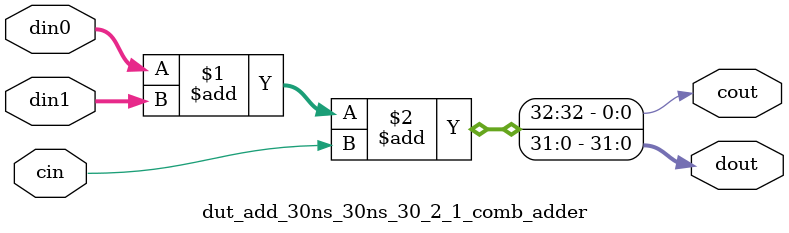
<source format=v>
`timescale 1 ns / 1 ps

module dut_add_30ns_30ns_30_2_1(clk, reset, ce, din0, din1, dout);
parameter ID         = 1;              // core ID, unused in RTL
parameter NUM_STAGE  = 2;
parameter din0_WIDTH = 30;   // data bitwidth
parameter din1_WIDTH = 30;   // 
parameter dout_WIDTH = 30;   // output bitwidth

// ---- input/output ports list here ----
input   clk;
input   reset;
input   ce;
input  [din0_WIDTH - 1 : 0] din0;
input  [din1_WIDTH - 1 : 0] din1;

output [dout_WIDTH - 1 : 0] dout;
//   

// wire for the primary inputs
wire [30 - 1 : 0] ain_s0 = din0;
wire [30 - 1 : 0] bin_s0 = din1;

// This AddSub module have totally 2 stages. For each stage the adder's width are:
// [15,15]
//  
//   

// Stage 1 logic
wire [15 - 1 : 0]    fas_s1;
wire                 facout_s1;
// 
reg  [15 - 1 : 0]    ain_s1;
reg  [15 - 1 : 0]    bin_s1;
reg  [15 - 1 : 0]    sum_s1;
reg                  carry_s1;
// 
//  
//  
// 
dut_add_30ns_30ns_30_2_1_comb_adder #(
    .N    ( 15 )
) u1 (
    .din0    ( ain_s0[15 - 1 : 0] ),
    .din1    ( bin_s0[15 - 1 : 0] ),
    .cin  ( 1'b0 ),
    .dout    ( fas_s1 ),
    .cout ( facout_s1 )
);

// 
always @ (posedge clk) begin
    if (ce) begin
        sum_s1   <= fas_s1;
        carry_s1 <= facout_s1;
    end
end

always @ (posedge clk) begin
    if (ce) begin
        ain_s1 <= ain_s0[30 - 1 : 15];
    end
end

always @ (posedge clk) begin
    if (ce) begin
        bin_s1 <= bin_s0[30 - 1 : 15];
    end
end
//  
//   

// Stage 2 logic
wire [15 - 1 : 0]    fas_s2;
wire                 facout_s2;
// 
// 
dut_add_30ns_30ns_30_2_1_comb_adder #(
    .N    ( 15 )
) u2 (
    .din0    ( ain_s1[15 - 1 : 0] ),
    .din1    ( bin_s1[15 - 1 : 0] ),
    .cin  ( carry_s1 ),
    .dout    ( fas_s2 ),
    .cout ( facout_s2 )
);

// 
assign dout = {fas_s2, sum_s1 };
//  
// 
endmodule

// small adder
module dut_add_30ns_30ns_30_2_1_comb_adder 
#(parameter
    N = 32
)(
    input  [N-1 : 0]    din0,
    input  [N-1 : 0]    din1,
    input  wire         cin,
    output [N-1 : 0]    dout,
    output wire         cout
);
assign {cout, dout} = din0 + din1 + cin;
endmodule
// 

</source>
